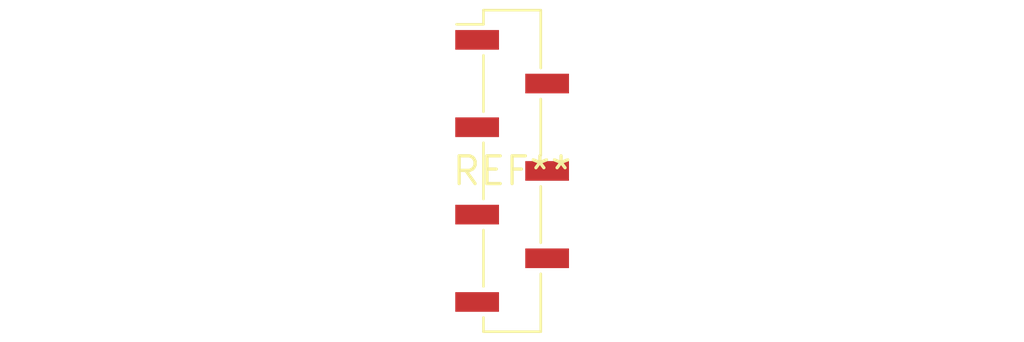
<source format=kicad_pcb>
(kicad_pcb (version 20240108) (generator pcbnew)
  (layers (0 "F.Cu" signal) (31 "B.Cu" signal) (34 "B.Paste" user) (35 "F.Paste" user) (36 "B.SilkS" user "B.Silkscreen") (37 "F.SilkS" user "F.Silkscreen") (38 "B.Mask" user) (39 "F.Mask" user) (44 "Edge.Cuts" user))
  (net 0 "")
  (footprint "PinSocket_1x07_P2.00mm_Vertical_SMD_Pin1Left" (layer "F.Cu") (at 0 0)
    (property "Reference" "REF**")
    (property "Value" "PinSocket_1x07_P2.00mm_Vertical_SMD_Pin1Left")
    (fp_line (start -2.54 -6.71) (end -1.31 -6.71) (layer "F.SilkS") (stroke (width 0.12)))
    (fp_line (start -1.31 -7.36) (end -1.31 -6.71) (layer "F.SilkS") (stroke (width 0.12)))
    (fp_line (start -1.31 -7.36) (end 1.31 -7.36) (layer "F.SilkS") (stroke (width 0.12)))
    (fp_line (start -1.31 -5.29) (end -1.31 -2.71) (layer "F.SilkS") (stroke (width 0.12)))
    (fp_line (start -1.31 -1.29) (end -1.31 1.29) (layer "F.SilkS") (stroke (width 0.12)))
    (fp_line (start -1.31 2.71) (end -1.31 5.29) (layer "F.SilkS") (stroke (width 0.12)))
    (fp_line (start -1.31 6.71) (end -1.31 7.36) (layer "F.SilkS") (stroke (width 0.12)))
    (fp_line (start -1.31 7.36) (end 1.31 7.36) (layer "F.SilkS") (stroke (width 0.12)))
    (fp_line (start 1.31 -7.36) (end 1.31 -4.71) (layer "F.SilkS") (stroke (width 0.12)))
    (fp_line (start 1.31 -3.29) (end 1.31 -0.71) (layer "F.SilkS") (stroke (width 0.12)))
    (fp_line (start 1.31 0.71) (end 1.31 3.29) (layer "F.SilkS") (stroke (width 0.12)))
    (fp_line (start 1.31 4.71) (end 1.31 7.36) (layer "F.SilkS") (stroke (width 0.12)))
    (pad "1" smd rect (at -1.6 -6) (size 2 0.9) (layers "F.Cu" "F.Paste" "F.Mask"))
    (pad "2" smd rect (at 1.6 -4) (size 2 0.9) (layers "F.Cu" "F.Paste" "F.Mask"))
    (pad "3" smd rect (at -1.6 -2) (size 2 0.9) (layers "F.Cu" "F.Paste" "F.Mask"))
    (pad "4" smd rect (at 1.6 0) (size 2 0.9) (layers "F.Cu" "F.Paste" "F.Mask"))
    (pad "5" smd rect (at -1.6 2) (size 2 0.9) (layers "F.Cu" "F.Paste" "F.Mask"))
    (pad "6" smd rect (at 1.6 4) (size 2 0.9) (layers "F.Cu" "F.Paste" "F.Mask"))
    (pad "7" smd rect (at -1.6 6) (size 2 0.9) (layers "F.Cu" "F.Paste" "F.Mask"))
  )
)
</source>
